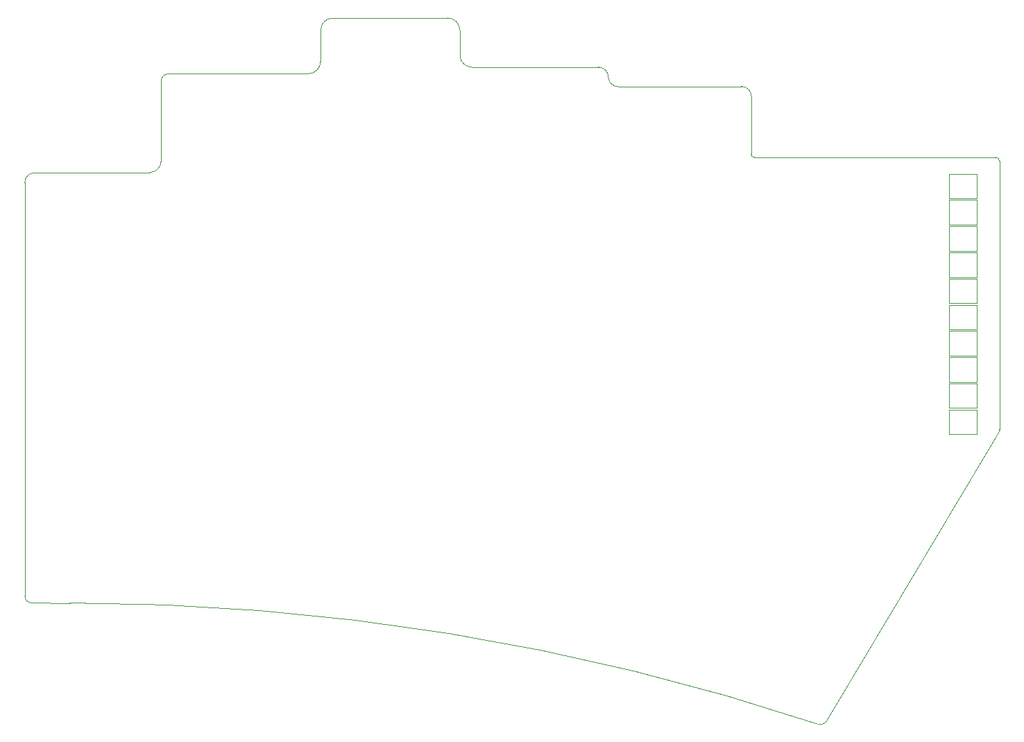
<source format=gm1>
G04 #@! TF.GenerationSoftware,KiCad,Pcbnew,7.0.6*
G04 #@! TF.CreationDate,2024-09-20T23:29:42+02:00*
G04 #@! TF.ProjectId,KoalaKeeb_v0.2_left,4b6f616c-614b-4656-9562-5f76302e325f,rev?*
G04 #@! TF.SameCoordinates,Original*
G04 #@! TF.FileFunction,Profile,NP*
%FSLAX46Y46*%
G04 Gerber Fmt 4.6, Leading zero omitted, Abs format (unit mm)*
G04 Created by KiCad (PCBNEW 7.0.6) date 2024-09-20 23:29:42*
%MOMM*%
%LPD*%
G01*
G04 APERTURE LIST*
G04 #@! TA.AperFunction,Profile*
%ADD10C,0.100000*%
G04 #@! TD*
G04 #@! TA.AperFunction,Profile*
%ADD11C,0.120000*%
G04 #@! TD*
G04 APERTURE END LIST*
D10*
X161493970Y-92040397D02*
G75*
G03*
X162290000Y-92920000I796030J-79603D01*
G01*
X280384707Y-72002354D02*
G75*
G03*
X280430000Y-71800000I-384707J192354D01*
G01*
X179010000Y-28330001D02*
G75*
G03*
X178119945Y-29230000I10000J-899999D01*
G01*
X197590000Y-26820000D02*
X197590000Y-23020000D01*
X161485849Y-41619995D02*
X161490000Y-51820000D01*
X258193072Y-107710785D02*
G75*
G03*
X166990000Y-92946401I-91203072J-274309215D01*
G01*
X232694161Y-28720000D02*
G75*
G03*
X233941469Y-29916902I1247339J51500D01*
G01*
X162689987Y-40415849D02*
G75*
G03*
X161485849Y-41619995I13J-1204151D01*
G01*
X166990000Y-92946401D02*
X162290000Y-92920000D01*
X280430000Y-38990000D02*
G75*
G03*
X279950000Y-38510000I-480000J0D01*
G01*
X161490000Y-51820000D02*
X161490000Y-59020000D01*
X161493970Y-92040397D02*
X161490000Y-59020000D01*
X214590000Y-23020000D02*
G75*
G03*
X213090000Y-21520000I-1500000J0D01*
G01*
X280384707Y-72002354D02*
X280140000Y-72420000D01*
X250142690Y-31071469D02*
G75*
G03*
X248938531Y-29867310I-1204190J-31D01*
G01*
X259230000Y-107480000D02*
X280140000Y-72420000D01*
X250130074Y-38129149D02*
G75*
G03*
X250520000Y-38519998I359926J-30851D01*
G01*
X176740000Y-40380036D02*
G75*
G03*
X178120000Y-39010000I0J1380036D01*
G01*
X199090000Y-21520000D02*
G75*
G03*
X197590000Y-23020000I0J-1500000D01*
G01*
X280430000Y-38990000D02*
X280430000Y-71800000D01*
X233941469Y-29916902D02*
X248938531Y-29867310D01*
X232694159Y-28720000D02*
G75*
G03*
X231490000Y-27515841I-1204159J0D01*
G01*
X196090000Y-28320000D02*
G75*
G03*
X197590000Y-26820000I0J1500000D01*
G01*
X250760000Y-38520000D02*
X250520000Y-38520000D01*
X199090000Y-21520000D02*
X213090000Y-21520000D01*
X178119945Y-29230000D02*
X178120000Y-39010000D01*
X176740000Y-40380036D02*
X174880000Y-40400000D01*
X162689987Y-40415836D02*
X174880000Y-40400000D01*
X179010000Y-28330000D02*
X196090000Y-28320000D01*
X216050660Y-27521259D02*
X231490000Y-27520000D01*
X214590000Y-23020000D02*
X214590000Y-26120000D01*
X258193072Y-107710784D02*
G75*
G03*
X259228691Y-107479054I386928J700784D01*
G01*
X279950000Y-38510000D02*
X250760000Y-38520000D01*
X250142690Y-31071469D02*
X250140000Y-38130000D01*
X214590002Y-26120000D02*
G75*
G03*
X216050660Y-27521259I1460698J60700D01*
G01*
D11*
X274300000Y-46950000D02*
X277700000Y-46950000D01*
X274300000Y-49950000D02*
X274300000Y-46950000D01*
X277700000Y-46950000D02*
X277700000Y-49950000D01*
X277700000Y-49950000D02*
X274300000Y-49950000D01*
X274300000Y-66150000D02*
X277700000Y-66150000D01*
X274300000Y-69150000D02*
X274300000Y-66150000D01*
X277700000Y-66150000D02*
X277700000Y-69150000D01*
X277700000Y-69150000D02*
X274300000Y-69150000D01*
X274300000Y-40550000D02*
X277700000Y-40550000D01*
X274300000Y-43550000D02*
X274300000Y-40550000D01*
X277700000Y-40550000D02*
X277700000Y-43550000D01*
X277700000Y-43550000D02*
X274300000Y-43550000D01*
X274300000Y-53350000D02*
X277700000Y-53350000D01*
X274300000Y-56350000D02*
X274300000Y-53350000D01*
X277700000Y-53350000D02*
X277700000Y-56350000D01*
X277700000Y-56350000D02*
X274300000Y-56350000D01*
X274300000Y-59750000D02*
X277700000Y-59750000D01*
X274300000Y-62750000D02*
X274300000Y-59750000D01*
X277700000Y-59750000D02*
X277700000Y-62750000D01*
X277700000Y-62750000D02*
X274300000Y-62750000D01*
X277700000Y-59550000D02*
X274300000Y-59550000D01*
X277700000Y-56550000D02*
X277700000Y-59550000D01*
X274300000Y-59550000D02*
X274300000Y-56550000D01*
X274300000Y-56550000D02*
X277700000Y-56550000D01*
X277700000Y-46750000D02*
X274300000Y-46750000D01*
X277700000Y-43750000D02*
X277700000Y-46750000D01*
X274300000Y-46750000D02*
X274300000Y-43750000D01*
X274300000Y-43750000D02*
X277700000Y-43750000D01*
X277700000Y-53150000D02*
X274300000Y-53150000D01*
X277700000Y-50150000D02*
X277700000Y-53150000D01*
X274300000Y-53150000D02*
X274300000Y-50150000D01*
X274300000Y-50150000D02*
X277700000Y-50150000D01*
X277700000Y-65950000D02*
X274300000Y-65950000D01*
X277700000Y-62950000D02*
X277700000Y-65950000D01*
X274300000Y-65950000D02*
X274300000Y-62950000D01*
X274300000Y-62950000D02*
X277700000Y-62950000D01*
X277700000Y-72350000D02*
X274300000Y-72350000D01*
X277700000Y-69350000D02*
X277700000Y-72350000D01*
X274300000Y-72350000D02*
X274300000Y-69350000D01*
X274300000Y-69350000D02*
X277700000Y-69350000D01*
M02*

</source>
